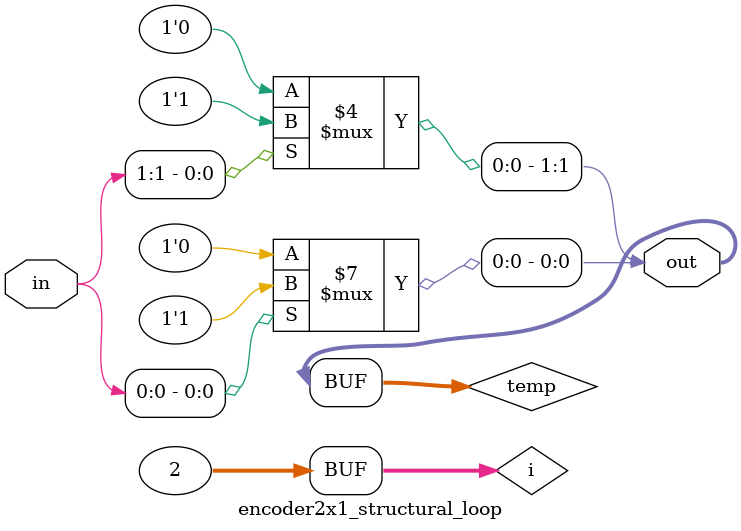
<source format=v>
module encoder2x1_structural_loop(input [1:0] in, output reg [1:0] out);

    reg [1:0] temp;

    integer i;
    always @* begin
        for (i = 0; i < 2; i = i + 1) begin
            case(in[i])
                1: temp[i] = 1'b1;
                default: temp[i] = 1'b0;
            endcase
        end
    end

    assign out = temp;

endmodule

</source>
